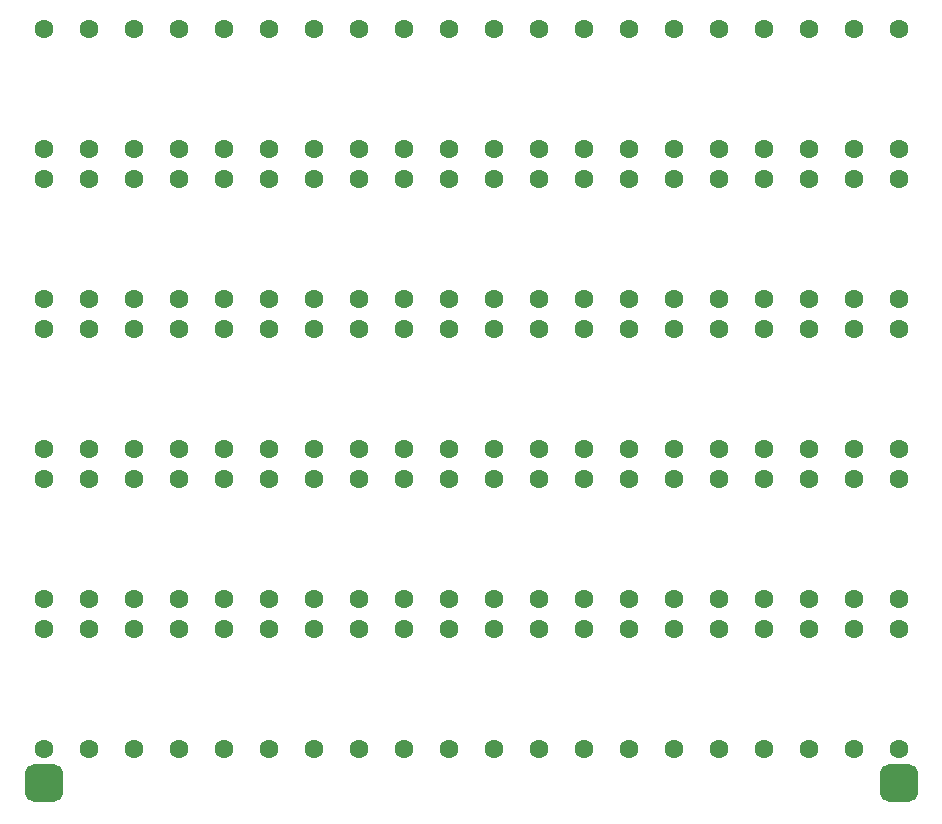
<source format=gts>
%FSLAX25Y25*%
%MOIN*%
G70*
G01*
G75*
G04 Layer_Color=8388736*
%ADD10C,0.05500*%
G04:AMPARAMS|DCode=11|XSize=118.11mil|YSize=118.11mil|CornerRadius=29.53mil|HoleSize=0mil|Usage=FLASHONLY|Rotation=270.000|XOffset=0mil|YOffset=0mil|HoleType=Round|Shape=RoundedRectangle|*
%AMROUNDEDRECTD11*
21,1,0.11811,0.05906,0,0,270.0*
21,1,0.05906,0.11811,0,0,270.0*
1,1,0.05906,-0.02953,-0.02953*
1,1,0.05906,-0.02953,0.02953*
1,1,0.05906,0.02953,0.02953*
1,1,0.05906,0.02953,-0.02953*
%
%ADD11ROUNDEDRECTD11*%
%ADD12C,0.05512*%
%ADD13C,0.00787*%
%ADD14C,0.00400*%
G04:AMPARAMS|DCode=15|XSize=126.11mil|YSize=126.11mil|CornerRadius=31.53mil|HoleSize=0mil|Usage=FLASHONLY|Rotation=270.000|XOffset=0mil|YOffset=0mil|HoleType=Round|Shape=RoundedRectangle|*
%AMROUNDEDRECTD15*
21,1,0.12611,0.06306,0,0,270.0*
21,1,0.06306,0.12611,0,0,270.0*
1,1,0.06306,-0.03153,-0.03153*
1,1,0.06306,-0.03153,0.03153*
1,1,0.06306,0.03153,0.03153*
1,1,0.06306,0.03153,-0.03153*
%
%ADD15ROUNDEDRECTD15*%
%ADD16C,0.06312*%
D15*
X14685Y11937D02*
D03*
X299685D02*
D03*
D16*
X254685Y23307D02*
D03*
Y63307D02*
D03*
Y73307D02*
D03*
Y113307D02*
D03*
Y123307D02*
D03*
Y163307D02*
D03*
Y173307D02*
D03*
Y213307D02*
D03*
Y223307D02*
D03*
Y263307D02*
D03*
X269685D02*
D03*
Y223307D02*
D03*
Y213307D02*
D03*
Y173307D02*
D03*
Y163307D02*
D03*
Y123307D02*
D03*
Y113307D02*
D03*
Y73307D02*
D03*
Y63307D02*
D03*
Y23307D02*
D03*
X284685D02*
D03*
Y63307D02*
D03*
Y73307D02*
D03*
Y113307D02*
D03*
Y123307D02*
D03*
Y163307D02*
D03*
Y173307D02*
D03*
Y213307D02*
D03*
Y223307D02*
D03*
Y263307D02*
D03*
X299685D02*
D03*
Y223307D02*
D03*
Y213307D02*
D03*
Y173307D02*
D03*
Y163307D02*
D03*
Y123307D02*
D03*
Y113307D02*
D03*
Y73307D02*
D03*
Y63307D02*
D03*
Y23307D02*
D03*
X194685D02*
D03*
Y63307D02*
D03*
Y73307D02*
D03*
Y113307D02*
D03*
Y123307D02*
D03*
Y163307D02*
D03*
Y173307D02*
D03*
Y213307D02*
D03*
Y223307D02*
D03*
Y263307D02*
D03*
X209685D02*
D03*
Y223307D02*
D03*
Y213307D02*
D03*
Y173307D02*
D03*
Y163307D02*
D03*
Y123307D02*
D03*
Y113307D02*
D03*
Y73307D02*
D03*
Y63307D02*
D03*
Y23307D02*
D03*
X224685D02*
D03*
Y63307D02*
D03*
Y73307D02*
D03*
Y113307D02*
D03*
Y123307D02*
D03*
Y163307D02*
D03*
Y173307D02*
D03*
Y213307D02*
D03*
Y223307D02*
D03*
Y263307D02*
D03*
X239685D02*
D03*
Y223307D02*
D03*
Y213307D02*
D03*
Y173307D02*
D03*
Y163307D02*
D03*
Y123307D02*
D03*
Y113307D02*
D03*
Y73307D02*
D03*
Y63307D02*
D03*
Y23307D02*
D03*
X134685D02*
D03*
Y63307D02*
D03*
Y73307D02*
D03*
Y113307D02*
D03*
Y123307D02*
D03*
Y163307D02*
D03*
Y173307D02*
D03*
Y213307D02*
D03*
Y223307D02*
D03*
Y263307D02*
D03*
X149685D02*
D03*
Y223307D02*
D03*
Y213307D02*
D03*
Y173307D02*
D03*
Y163307D02*
D03*
Y123307D02*
D03*
Y113307D02*
D03*
Y73307D02*
D03*
Y63307D02*
D03*
Y23307D02*
D03*
X164685D02*
D03*
Y63307D02*
D03*
Y73307D02*
D03*
Y113307D02*
D03*
Y123307D02*
D03*
Y163307D02*
D03*
Y173307D02*
D03*
Y213307D02*
D03*
Y223307D02*
D03*
Y263307D02*
D03*
X179685D02*
D03*
Y223307D02*
D03*
Y213307D02*
D03*
Y173307D02*
D03*
Y163307D02*
D03*
Y123307D02*
D03*
Y113307D02*
D03*
Y73307D02*
D03*
Y63307D02*
D03*
Y23307D02*
D03*
X74685D02*
D03*
Y63307D02*
D03*
Y73307D02*
D03*
Y113307D02*
D03*
Y123307D02*
D03*
Y163307D02*
D03*
Y173307D02*
D03*
Y213307D02*
D03*
Y223307D02*
D03*
Y263307D02*
D03*
X89685D02*
D03*
Y223307D02*
D03*
Y213307D02*
D03*
Y173307D02*
D03*
Y163307D02*
D03*
Y123307D02*
D03*
Y113307D02*
D03*
Y73307D02*
D03*
Y63307D02*
D03*
Y23307D02*
D03*
X104685D02*
D03*
Y63307D02*
D03*
Y73307D02*
D03*
Y113307D02*
D03*
Y123307D02*
D03*
Y163307D02*
D03*
Y173307D02*
D03*
Y213307D02*
D03*
Y223307D02*
D03*
Y263307D02*
D03*
X119685D02*
D03*
Y223307D02*
D03*
Y213307D02*
D03*
Y173307D02*
D03*
Y163307D02*
D03*
Y123307D02*
D03*
Y113307D02*
D03*
Y73307D02*
D03*
Y63307D02*
D03*
Y23307D02*
D03*
X14685D02*
D03*
Y63307D02*
D03*
Y73307D02*
D03*
Y113307D02*
D03*
Y123307D02*
D03*
Y163307D02*
D03*
Y173307D02*
D03*
Y213307D02*
D03*
Y223307D02*
D03*
Y263307D02*
D03*
X29685D02*
D03*
Y223307D02*
D03*
Y213307D02*
D03*
Y173307D02*
D03*
Y163307D02*
D03*
Y123307D02*
D03*
Y113307D02*
D03*
Y73307D02*
D03*
Y63307D02*
D03*
Y23307D02*
D03*
X44685D02*
D03*
Y63307D02*
D03*
Y73307D02*
D03*
Y113307D02*
D03*
Y123307D02*
D03*
Y163307D02*
D03*
Y173307D02*
D03*
Y213307D02*
D03*
Y223307D02*
D03*
Y263307D02*
D03*
X59685D02*
D03*
Y223307D02*
D03*
Y213307D02*
D03*
Y173307D02*
D03*
Y163307D02*
D03*
Y123307D02*
D03*
Y113307D02*
D03*
Y73307D02*
D03*
Y63307D02*
D03*
Y23307D02*
D03*
M02*

</source>
